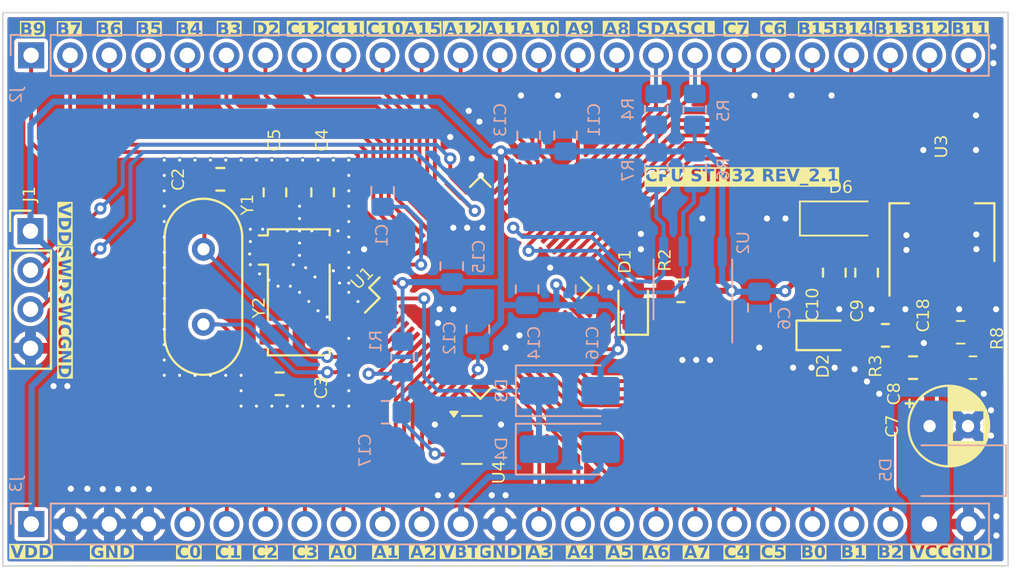
<source format=kicad_pcb>
(kicad_pcb (version 20240108) (generator "pcbnew") (generator_version "8.0")
  (layers (0 "F.Cu" jumper) (31 "B.Cu" signal) (34 "B.Paste" user) (35 "F.Paste" user) (36 "B.SilkS" user "B.Silkscreen") (37 "F.SilkS" user "F.Silkscreen") (38 "B.Mask" user) (39 "F.Mask" user) (44 "Edge.Cuts" user))
  (net 0 "")
  (net 1 "GND")
  (net 2 "OSC1")
  (net 3 "OSC2")
  (net 4 "RTC1")
  (net 5 "RTC2")
  (net 6 "VCC")
  (net 7 "VDD")
  (net 8 "/Mcu/NRST")
  (net 9 "Net-(U1-PB8)")
  (net 10 "VDDBAT")
  (net 11 "VBT1")
  (net 12 "/Mcu/LED_ON")
  (net 13 "Net-(D1-A)")
  (net 14 "Net-(D2-A)")
  (net 15 "/Mcu/SWDIO")
  (net 16 "/Mcu/SWCLK")
  (net 17 "/Mcu/PA15")
  (net 18 "/Mcu/PC10")
  (net 19 "/Mcu/PC11")
  (net 20 "/Mcu/PC12")
  (net 21 "/Mcu/PD2")
  (net 22 "/Mcu/PB3")
  (net 23 "/Mcu/PB4")
  (net 24 "/Mcu/PB5")
  (net 25 "/Mcu/PB6")
  (net 26 "/Mcu/PB7")
  (net 27 "/Mcu/PB9")
  (net 28 "/Mcu/PC0")
  (net 29 "/Mcu/PC1")
  (net 30 "/Mcu/PC2")
  (net 31 "/Mcu/PC3")
  (net 32 "/Mcu/PA0")
  (net 33 "/Mcu/PA1")
  (net 34 "/Mcu/PA2")
  (net 35 "/Mcu/PA3")
  (net 36 "/Mcu/PA12")
  (net 37 "/Mcu/PA11")
  (net 38 "/Mcu/PA10")
  (net 39 "/Mcu/PA9")
  (net 40 "/Mcu/PA8")
  (net 41 "SDA")
  (net 42 "SCL")
  (net 43 "/Mcu/PC7")
  (net 44 "/Mcu/PC6")
  (net 45 "/Mcu/PB15")
  (net 46 "/Mcu/PB14")
  (net 47 "/Mcu/PB13")
  (net 48 "/Mcu/PB12")
  (net 49 "/Mcu/PB11")
  (net 50 "/Mcu/PB2")
  (net 51 "/Mcu/PB1")
  (net 52 "/Mcu/PB0")
  (net 53 "/Mcu/PC5")
  (net 54 "/Mcu/PC4")
  (net 55 "/Mcu/PA7")
  (net 56 "/Mcu/PA6")
  (net 57 "/Mcu/PA5")
  (net 58 "/Mcu/PA4")
  (net 61 "Net-(U3-VI)")
  (footprint "Capacitor_SMD:C_0805_2012Metric_Pad1.18x1.45mm_HandSolder" (layer "F.Cu") (at 171.58 103.32 90)
    (property "Reference" "C10")
    (property "Value" "100nF")
  )
  (footprint "Capacitor_THT:CP_Radial_D5.0mm_P2.50mm" (layer "F.Cu") (at 177.774888 113.3)
    (property "Reference" "C7")
    (property "Value" "220x16")
  )
  (footprint "Capacitor_SMD:C_0805_2012Metric_Pad1.18x1.45mm_HandSolder" (layer "F.Cu") (at 135.2 98.1 -90)
    (property "Reference" "C5")
    (property "Value" "4.3pF")
  )
  (footprint "Capacitor_SMD:C_0805_2012Metric_Pad1.18x1.45mm_HandSolder" (layer "F.Cu") (at 135.5 110.55 180)
    (property "Reference" "C3")
    (property "Value" "12pF")
  )
  (footprint "LED_SMD:LED_0805_2012Metric_Pad1.15x1.40mm_HandSolder" (layer "F.Cu") (at 170.98 107.4)
    (property "Reference" "D2")
    (property "Value" "LED")
  )
  (footprint "Crystal:Crystal_HC49-4H_Vertical" (layer "F.Cu") (at 130.55 101.8 -90)
    (property "Reference" "Y1")
    (property "Value" "25Mhz")
  )
  (footprint "Capacitor_SMD:C_0805_2012Metric_Pad1.18x1.45mm_HandSolder" (layer "F.Cu") (at 131.65 97.25 180)
    (property "Reference" "C2")
    (property "Value" "12pF")
  )
  (footprint "Package_TO_SOT_SMD:SOT-23" (layer "F.Cu") (at 148 114.2)
    (property "Reference" "U4")
    (property "Value" "BD48KxxG")
  )
  (footprint "Capacitor_SMD:C_0805_2012Metric_Pad1.18x1.45mm_HandSolder" (layer "F.Cu") (at 179.8 107.2)
    (property "Reference" "C18")
    (property "Value" "10uF")
  )
  (footprint "Capacitor_SMD:C_0805_2012Metric_Pad1.18x1.45mm_HandSolder" (layer "F.Cu") (at 173.68 103.32 90)
    (property "Reference" "C9")
    (property "Value" "10uF")
  )
  (footprint "LED_SMD:LED_0805_2012Metric_Pad1.15x1.40mm_HandSolder" (layer "F.Cu") (at 158.5 105.5 90)
    (property "Reference" "D1")
    (property "Value" "LED")
  )
  (footprint "Capacitor_SMD:C_0805_2012Metric_Pad1.18x1.45mm_HandSolder" (layer "F.Cu") (at 176.7 109.5)
    (property "Reference" "C8")
    (property "Value" "100nF")
  )
  (footprint "Package_TO_SOT_SMD:SOT-223-3_TabPin2" (layer "F.Cu") (at 178.58 100.72 90)
    (property "Reference" "U3")
    (property "Value" "LM1117MP-3.3")
  )
  (footprint "Connector_PinHeader_2.54mm:PinHeader_1x04_P2.54mm_Vertical" (layer "F.Cu") (at 119.3 100.62)
    (property "Reference" "J1")
    (property "Value" "GRAV")
  )
  (footprint "Resistor_SMD:R_0805_2012Metric_Pad1.20x1.40mm_HandSolder" (layer "F.Cu") (at 161.6 104.5 180)
    (property "Reference" "R2")
    (property "Value" "470R")
  )
  (footprint "Resistor_SMD:R_0805_2012Metric_Pad1.20x1.40mm_HandSolder" (layer "F.Cu") (at 174.9 107.4 180)
    (property "Reference" "R3")
    (property "Value" "470R")
  )
  (footprint "Capacitor_SMD:C_0805_2012Metric_Pad1.18x1.45mm_HandSolder" (layer "F.Cu") (at 138.3 98.1 -90)
    (property "Reference" "C4")
    (property "Value" "4.3pF")
  )
  (footprint "Package_QFP:LQFP-64_10x10mm_P0.5mm" (layer "F.Cu") (at 148.56 104.3 45)
    (property "Reference" "U1")
    (property "Value" "STM32G431RBTx")
  )
  (footprint "Autoban:Crystal_SMD_Abracon_ABS25 Vertical" (layer "F.Cu") (at 136.75 104.6)
    (property "Reference" "Y2")
    (property "Value" "CRYSTAL ABS25")
  )
  (footprint "Resistor_SMD:R_0805_2012Metric_Pad1.20x1.40mm_HandSolder" (layer "F.Cu") (at 180.6 109.5)
    (property "Reference" "R8")
    (property "Value" "0R")
  )
  (footprint "Diode_SMD:D_MiniMELF" (layer "F.Cu") (at 172 99.8)
    (property "Reference" "D6")
    (property "Value" "SMAJ6.5CA")
  )
  (footprint "Diode_SMD:D_SMA" (layer "B.Cu") (at 154.38 111)
    (property "Reference" "D3")
    (property "Value" "US1M")
  )
  (footprint "Package_SO:SOIC-8_3.9x4.9mm_P1.27mm" (layer "B.Cu") (at 162.38 104.42 90)
    (property "Reference" "U2")
    (property "Value" "24LC64")
  )
  (footprint "Resistor_SMD:R_0805_2012Metric_Pad1.20x1.40mm_HandSolder" (layer "B.Cu") (at 160 96.5 90)
    (property "Reference" "R7")
    (property "Value" "4k7")
  )
  (footprint "Capacitor_SMD:C_0805_2012Metric_Pad1.18x1.45mm_HandSolder" (layer "B.Cu") (at 151.6 104.4 -90)
    (property "Reference" "C14")
    (property "Value" "100nF")
  )
  (footprint "Capacitor_SMD:C_0805_2012Metric_Pad1.18x1.45mm_HandSolder" (layer "B.Cu") (at 148.4 107 -90)
    (property "Reference" "C12")
    (property "Value" "100nF")
  )
  (footprint "Connector_PinHeader_2.54mm:PinHeader_1x25_P2.54mm_Vertical" (layer "B.Cu") (at 119.35 119.67 -90)
    (property "Reference" "J3")
    (property "Value" "LADO DIR")
  )
  (footprint "Resistor_SMD:R_0805_2012Metric_Pad1.20x1.40mm_HandSolder" (layer "B.Cu") (at 162.5 92.7 -90)
    (property "Reference" "R5")
    (property "Value" "4k7")
  )
  (footprint "Resistor_SMD:R_0805_2012Metric_Pad1.20x1.40mm_HandSolder" (layer "B.Cu") (at 162.5 96.5 90)
    (property "Reference" "R6")
    (property "Value" "4k7")
  )
  (footprint "Capacitor_SMD:C_0805_2012Metric_Pad1.18x1.45mm_HandSolder" (layer "B.Cu") (at 142.4 112.4)
    (property "Reference" "C17")
    (property "Value" "100nF")
  )
  (footprint "Diode_SMD:D_SMA" (layer "B.Cu") (at 154.375 114.8)
    (property "Reference" "D4")
    (property "Value" "US1M")
  )
  (footprint "Capacitor_SMD:C_0805_2012Metric_Pad1.18x1.45mm_HandSolder" (layer "B.Cu") (at 146.7 102.9 -90)
    (property "Reference" "C15")
    (property "Value" "100nF")
  )
  (footprint "Capacitor_SMD:C_0805_2012Metric_Pad1.18x1.45mm_HandSolder" (layer "B.Cu") (at 151.7 94.4 -90)
    (property "Reference" "C13")
    (property "Value" "100nF")
  )
  (footprint "Capacitor_SMD:C_0805_2012Metric_Pad1.18x1.45mm_HandSolder" (layer "B.Cu") (at 155.5 104.4 -90)
    (property "Reference" "C16")
    (property "Value" "100nF")
  )
  (footprint "Capacitor_SMD:C_0805_2012Metric_Pad1.18x1.45mm_HandSolder" (layer "B.Cu") (at 154.1 94.4 -90)
    (property "Reference" "C11")
    (property "Value" "10uF")
  )
  (footprint "Diode_SMD:D_SMA" (layer "B.Cu") (at 179.24 116.2 180)
    (property "Reference" "D5")
    (property "Value" "SMAJ6.5CA")
  )
  (footprint "Connector_PinHeader_2.54mm:PinHeader_1x25_P2.54mm_Vertical" (layer "B.Cu") (at 119.34 89.19 -90)
    (property "Reference" "J2")
    (property "Value" "LADO DIR")
  )
  (footprint "Resistor_SMD:R_0805_2012Metric_Pad1.20x1.40mm_HandSolder" (layer "B.Cu") (at 160 92.7 -90)
    (property "Reference" "R4")
    (property "Value" "4k7")
  )
  (footprint "Resistor_SMD:R_0805_2012Metric_Pad1.20x1.40mm_HandSolder" (layer "B.Cu") (at 143.5 108.8 90)
    (property "Reference" "R1")
    (property "Value" "10k")
  )
  (footprint "Capacitor_SMD:C_0805_2012Metric_Pad1.18x1.45mm_HandSolder" (layer "B.Cu") (at 166.7 105.6 90)
    (property "Reference" "C6")
    (property "Value" "100nF")
  )
  (footprint "Capacitor_SMD:C_0805_2012Metric_Pad1.18x1.45mm_HandSolder" (layer "B.Cu") (at 142.2 98 -90)
    (property "Reference" "C1")
    (property "Value" "100nF")
  )
  (gr_line (start 182.88 86.4) (end 182.88 122.39) (stroke (width 0.1)) (layer "Edge.Cuts"))
  (gr_line (start 117.5 86.41) (end 182.88 86.4) (stroke (width 0.1)) (layer "Edge.Cuts"))
  (gr_line (start 182.88 122.39) (end 117.5 122.4) (stroke (width 0.1)) (layer "Edge.Cuts"))
  (gr_line (start 117.5 122.4) (end 117.5 86.41) (stroke (width 0.1)) (layer "Edge.Cuts"))
  (gr_text "A12" (at 146.2 88 0) (layer "F.SilkS" knockout) (effects (font (size 0.8 0.8) (thickness 0.15) (bold yes)) (justify left bottom)))
  (gr_text "C7" (at 164.4 88 0) (layer "F.SilkS" knockout) (effects (font (size 0.8 0.8) (thickness 0.15) (bold yes)) (justify left bottom)))
  (gr_text "GND" (at 121 107.4 270) (layer "F.SilkS" knockout) (effects (font (size 0.8 0.8) (thickness 0.15) (bold yes)) (justify left bottom)))
  (gr_text "A5" (at 156.8 122 0) (layer "F.SilkS" knockout) (effects (font (size 0.8 0.8) (thickness 0.15) (bold yes)) (justify left bottom)))
  (gr_text "B15" (at 169.2 88 0) (layer "F.SilkS" knockout) (effects (font (size 0.8 0.8) (thickness 0.15) (bold yes)) (justify left bottom)))
  (gr_text "VCC" (at 176.6 122 0) (layer "F.SilkS" knockout) (effects (font (size 0.8 0.8) (thickness 0.15) (bold yes)) (justify left bottom)))
  (gr_text "A2" (at 144 122 0) (layer "F.SilkS" knockout) (effects (font (size 0.8 0.8) (thickness 0.15) (bold yes)) (justify left bottom)))
  (gr_text "VDD" (at 118 122 0) (layer "F.SilkS" knockout) (effects (font (size 0.8 0.8) (thickness 0.15) (bold yes)) (justify left bottom)))
  (gr_text "B1" (at 172 122 0) (layer "F.SilkS" knockout) (effects (font (size 0.8 0.8) (thickness 0.15) (bold yes)) (justify left bottom)))
  (gr_text "A15" (at 143.6 88 0) (layer "F.SilkS" knockout) (effects (font (size 0.8 0.8) (thickness 0.15) (bold yes)) (justify left bottom)))
  (gr_text "GND" (at 123.2 122 0) (layer "F.SilkS" knockout) (effects (font (size 0.8 0.8) (thickness 0.15) (bold yes)) (justify left bottom)))
  (gr_text "C4" (at 164.4 122 0) (layer "F.SilkS" knockout) (effects (font (size 0.8 0.8) (thickness 0.15) (bold yes)) (justify left bottom)))
  (gr_text "B7" (at 121 88 0) (layer "F.SilkS" knockout) (effects (font (size 0.8 0.8) (thickness 0.15) (bold yes)) (justify left bottom)))
  (gr_text "VBT" (at 146 122 0) (layer "F.SilkS" knockout) (effects (font (size 0.8 0.8) (thickness 0.15) (bold yes)) (justify left bottom)))
  (gr_text "B4" (at 128.8 88 0) (layer "F.SilkS" knockout) (effects (font (size 0.8 0.8) (thickness 0.15) (bold yes)) (justify left bottom)))
  (gr_text "GND" (at 179 122 0) (layer "F.SilkS" knockout) (effects (font (size 0.8 0.8) (thickness 0.15) (bold yes)) (justify left bottom)))
  (gr_text "A4" (at 154.2 122 0) (layer "F.SilkS" knockout) (effects (font (size 0.8 0.8) (thickness 0.15) (bold yes)) (justify left bottom)))
  (gr_text "B13" (at 174.2 88 0) (layer "F.SilkS" knockout) (effects (font (size 0.8 0.8) (thickness 0.15) (bold yes)) (justify left bottom)))
  (gr_text "B2" (at 174.4 122 0) (layer "F.SilkS" knockout) (effects (font (size 0.8 0.8) (thickness 0.15) (bold yes)) (justify left bottom)))
  (gr_text "VDD" (at 121 98.8 -90) (layer "F.SilkS" knockout) (effects (font (size 0.8 0.8) (thickness 0.15) (bold yes)) (justify left bottom)))
  (gr_text "B14" (at 171.6 88 0) (layer "F.SilkS" knockout) (effects (font (size 0.8 0.8) (thickness 0.15) (bold yes)) (justify left bottom)))
  (gr_text "B11" (at 179.2 88 0) (layer "F.SilkS" knockout) (effects (font (size 0.8 0.8) (thickness 0.15) (bold yes)) (justify left bottom)))
  (gr_text "B5" (at 126.2 88 0) (layer "F.SilkS" knockout) (effects (font (size 0.8 0.8) (thickness 0.15) (bold yes)) (justify left bottom)))
  (gr_text "A11" (at 148.8 88 0) (layer "F.SilkS" knockout) (effects (font (size 0.8 0.8) (thickness 0.15) (bold yes)) (justify left bottom)))
  (gr_text "A3" (at 151.6 122 0) (layer "F.SilkS" knockout) (effects (font (size 0.8 0.8) (thickness 0.15) (bold yes)) (justify left bottom)))
  (gr_text "A6" (at 159.2 122 0) (layer "F.SilkS" knockout) (effects (font (size 0.8 0.8) (thickness 0.15) (bold yes)) (justify left bottom)))
  (gr_text "B6" (at 123.6 88 0) (layer "F.SilkS" knockout) (effects (font (size 0.8 0.8) (thickness 0.15) (bold yes)) (justify left bottom)))
  (gr_text "C12" (at 136 88 0) (layer "F.SilkS" knockout) (effects (font (size 0.8 0.8) (thickness 0.15) (bold yes)) (justify left bottom)))
  (gr_text "C11" (at 138.6 88 0) (layer "F.SilkS" knockout) (effects (font (size 0.8 0.8) (thickness 0.15) (bold yes)) (justify left bottom)))
  (gr_text "B9" (at 118.6 88 0) (layer "F.SilkS" knockout) (effects (font (size 0.8 0.8) (thickness 0.15) (bold yes)) (justify left bottom)))
  (gr_text "C6" (at 166.8 88 0) (layer "F.SilkS" knockout) (effects (font (size 0.8 0.8) (thickness 0.15) (bold yes)) (justify left bottom)))
  (gr_text "C3" (at 136.4 122 0) (layer "F.SilkS" knockout) (effects (font (size 0.8 0.8) (thickness 0.15) (bold yes)) (justify left bottom)))
  (gr_text "C5" (at 166.8 122 0) (layer "F.SilkS" knockout) (effects (font (size 0.8 0.8) (thickness 0.15) (bold yes)) (justify left bottom)))
  (gr_text "A9" (at 154.2 88 0) (layer "F.SilkS" knockout) (effects (font (size 0.8 0.8) (thickness 0.15) (bold yes)) (justify left bottom)))
  (gr_text "SCL" (at 161.4 88 0) (layer "F.SilkS" knockout) (effects (font (size 0.8 0.8) (thickness 0.15) (bold yes)) (justify left bottom)))
  (gr_text "B3" (at 131.4 88 0) (layer "F.SilkS" knockout) (effects (font (size 0.8 0.8) (thickness 0.15) (bold yes)) (justify left bottom)))
  (gr_text "A1" (at 141.6 122 0) (layer "F.SilkS" knockout) (effects (font (size 0.8 0.8) (thickness 0.15) (bold yes)) (justify left bottom)))
  (gr_text "SWD" (at 121 101.6 270) (layer "F.SilkS" knockout) (effects (font (size 0.8 0.8) (thickness 0.15) (bold yes)) (justify left bottom)))
  (gr_text "C10" (at 141.2 88 0) (layer "F.SilkS" knockout) (effects (font (size 0.8 0.8) (thickness 0.15) (bold yes)) (justify left bottom)))
  (gr_text "C2" (at 133.8 122 0) (layer "F.SilkS" knockout) (effects (font (size 0.8 0.8) (thickness 0.15) (bold yes)) (justify left bottom)))
  (gr_text "CPU STM32 REV_2.1\n" (at 159.27 97.52 0) (layer "F.SilkS" knockout) (effects (font (size 0.8 0.8) (thickness 0.15) (bold yes)) (justify left bottom)))
  (gr_text "D2" (at 133.8 88 0) (layer "F.SilkS" knockout) (effects (font (size 0.8 0.8) (thickness 0.15) (bold yes)) (justify left bottom)))
  (gr_text "SWC" (at 121 104.6 270) (layer "F.SilkS" knockout) (effects (font (size 0.8 0.8) (thickness 0.15) (bold yes)) (justify left bottom)))
  (gr_text "C1" (at 131.4 122 0) (layer "F.SilkS" knockout) (effects (font (size 0.8 0.8) (thickness 0.15) (bold yes)) (justify left bottom)))
  (gr_text "A10" (at 151.2 88 0) (layer "F.SilkS" knockout) (effects (font (size 0.8 0.8) (thickness 0.15) (bold yes)) (justify left bottom)))
  (gr_text "B0" (at 169.4 122 0) (layer "F.SilkS" knockout) (effects (font (size 0.8 0.8) (thickness 0.15) (bold yes)) (justify left bottom)))
  (gr_text "GND" (at 148.4 122 0) (layer "F.SilkS" knockout) (effects (font (size 0.8 0.8) (thickness 0.15) (bold yes)) (justify left bottom)))
  (gr_text "A0" (at 138.8 122 0) (layer "F.SilkS" knockout) (effects (font (size 0.8 0.8) (thickness 0.15) (bold yes)) (justify left bottom)))
  (gr_text "B12" (at 176.6 88 0) (layer "F.SilkS" knockout) (effects (font (size 0.8 0.8) (thickness 0.15) (bold yes)) (justify left bottom)))
  (gr_text "A8" (at 156.6 88 0) (layer "F.SilkS" knockout) (effects (font (size 0.8 0.8) (thickness 0.15) (bold yes)) (justify left bottom)))
  (gr_text "C0" (at 128.8 122 0) (layer "F.SilkS" knockout) (effects (font (size 0.8 0.8) (thickness 0.15) (bold yes)) (justify left bottom)))
  (gr_text "A7" (at 161.8 122 0) (layer "F.SilkS" knockout) (effects (font (size 0.8 0.8) (thickness 0.15) (bold yes)) (justify left bottom)))
  (gr_text "SDA" (at 158.8 88 0) (layer "F.SilkS" knockout) (effects (font (size 0.8 0.8) (thickness 0.15) (bold yes)) (justify left bottom)))
  (via (at 140 104.6) (size 0.4) (drill 0.2) (layers "F.Cu" "B.Cu") (net 1))
  (via (at 176.27 101.845) (size 0.8) (drill 0.4) (layers "F.Cu" "B.Cu") (net 1))
  (via (at 136 112) (size 0.4) (drill 0.2) (layers "F.Cu" "B.Cu") (net 1))
  (via (at 133 112) (size 0.4) (drill 0.2) (layers "F.Cu" "B.Cu") (net 1))
  (via (at 128 109) (size 0.4) (drill 0.2) (layers "F.Cu" "B.Cu") (net 1))
  (via (at 162.6 109) (size 0.8) (drill 0.4) (layers "F.Cu" "B.Cu") (net 1))
  (via (at 140 110) (size 0.4) (drill 0.2) (layers "F.Cu" "B.Cu") (net 1))
  (via (at 163.5 109) (size 0.8) (drill 0.4) (layers "F.Cu" "B.Cu") (net 1))
  (via (at 174 105.7) (size 0.8) (drill 0.4) (layers "F.Cu" "B.Cu") (net 1))
  (via (at 140 103) (size 0.4) (drill 0.2) (layers "F.Cu" "B.Cu") (net 1))
  (via (at 146.6 94.5) (size 0.8) (drill 0.4) (layers "F.Cu" "B.Cu") (net 1))
  (via (at 134 112) (size 0.4) (drill 0.2) (layers "F.Cu" "B.Cu") (net 1))
  (via (at 180.82 101.795) (size 0.8) (drill 0.4) (layers "F.Cu" "B.Cu") (net 1))
  (via (at 128 110) (size 0.4) (drill 0.2) (layers "F.Cu" "B.Cu") (net 1))
  (via (at 148.7 100.4) (size 0.8) (drill 0.4) (layers "F.Cu" "B.Cu") (net 1))
  (via (at 168.9 109.5) (size 0.8) (drill 0.4) (layers "F.Cu" "B.Cu") (net 1))
  (via (at 150.2 108.2) (size 0.8) (drill 0.4) (layers "F.Cu" "B.Cu") (net 1))
  (via (at 128 101) (size 0.4) (drill 0.2) (layers "F.Cu" "B.Cu") (net 1))
  (via (at 166.7 108.2) (size 0.8) (drill 0.4) (layers "F.Cu" "B.Cu") (net 1))
  (via (at 182.12 119.17) (size 0.8) (drill 0.4) (layers "F.Cu" "B.Cu") (net 1))
  (via (at 133 110) (size 0.4) (drill 0.2) (layers "F.Cu" "B.Cu") (net 1))
  (via (at 140 100) (size 0.4) (drill 0.2) (layers "F.Cu" "B.Cu") (net 1))
  (via (at 135.4 104.2) (size 0.4) (drill 0.2) (layers "F.Cu" "B.Cu") (net 1))
  (via (at 138 112) (size 0.4) (drill 0.2) (layers "F.Cu" "B.Cu") (net 1))
  (via (at 182.12 120.42) (size 0.8) (drill 0.4) (layers "F.Cu" "B.Cu") (net 1))
  (via (at 136 96) (size 0.4) (drill 0.2) (layers "F.Cu" "B.Cu") (net 1))
  (via (at 176.2 105.7) (size 0.8) (drill 0.4) (layers "F.Cu" "B.Cu") (net 1))
  (via (at 151.1 107.4) (size 0.8) (drill 0.4) (layers "F.Cu" "B.Cu") (net 1))
  (via (at 173.7 110.4) (size 0.8) (drill 0.4) (layers "F.Cu" "B.Cu") (net 1))
  (via (at 126 117.4) (size 0.8) (drill 0.4) (layers "F.Cu" "B.Cu") (net 1))
  (via (at 137.2 103) (size 0.4) (drill 0.2) (layers "F.Cu" "B.Cu") (net 1))
  (via (at 138.6 106.2) (size 0.4) (drill 0.2) (layers "F.Cu" "B.Cu") (net 1))
  (via (at 140 104) (size 0.4) (drill 0.2) (layers "F.Cu" "B.Cu") (net 1))
  (via (at 130 96) (size 0.4) (drill 0.2) (layers "F.Cu" "B.Cu") (net 1))
  (via (at 149.3 117.8) (size 0.8) (drill 0.4) (layers "F.Cu" "B.Cu") (net 1))
  (via (at 134.8 103.8) (size 0.4) (drill 0.2) (layers "F.Cu" "B.Cu") (net 1))
  (via (at 129 96) (size 0.4) (drill 0.2) (layers "F.Cu" "B.Cu") (net 1))
  (via (at 140 111) (size 0.4) (drill 0.2) (layers "F.Cu" "B.Cu") (net 1))
  (via (at 139 112) (size 0.4) (drill 0.2) (layers "F.Cu" "B.Cu") (net 1))
  (via (at 148.5 93.5) (size 0.8) (drill 0.4) (layers "F.Cu" "B.Cu") (net 1))
  (via (at 136.8 100.6) (size 0.4) (drill 0.2) (layers "F.Cu" "B.Cu") (net 1))
  (via (at 181.925 88.625) (size 0.8) (drill 0.4) (layers "F.Cu" "B.Cu") (net 1))
  (via (at 128 107) (size 0.4) (drill 0.2) (layers "F.Cu" "B.Cu") (net 1))
  (via (at 124 117.4) (size 0.8) (drill 0.4) (layers "F.Cu" "B.Cu") (net 1))
  (via (at 134.4 100.5) (size 0.4) (drill 0.2) (layers "F.Cu" "B.Cu") (net 1))
  (via (at 182.1 105.7) (size 0.8) (drill 0.4) (layers "F.Cu" "B.Cu") (net 1))
  (via (at 146.7 117.8) (size 0.8) (drill 0.4) (layers "F.Cu" "B.Cu") (net 1))
  (via (at 133.6 101.3) (size 0.4) (drill 0.2) (layers "F.Cu" "B.Cu") (net 1))
  (via (at 136.8 99) (size 0.4) (drill 0.2) (layers "F.Cu" "B.Cu") (net 1))
  (via (at 131 96) (size 0.4) (drill 0.2) (layers "F.Cu" "B.Cu") (net 1))
  (via (at 136.4 102.8) (size 0.4) (drill 0.2) (layers "F.Cu" "B.Cu") (net 1))
  (via (at 125 117.4) (size 0.8) (drill 0.4) (layers "F.Cu" "B.Cu") (net 1))
  (via (at 159 100.8) (size 0.8) (drill 0.4) (layers "F.Cu" "B.Cu") (net 1))
  (via (at 147.8 92.8) (size 0.8) (drill 0.4) (layers "F.Cu" "B.Cu") (net 1))
  (via (at 145.8 117.8) (size 0.8) (drill 0.4) (layers "F.Cu" "B.Cu") (net 1))
  (via (at 181.77 112.27) (size 0.8) (drill 0.4) (layers "F.Cu" "B.Cu") (net 1))
  (via (at 141 101.8) (size 0.8) (drill 0.4) (layers "F.Cu" "B.Cu") (net 1))
  (via (at 133.6 100.5) (size 0.4) (drill 0.2) (layers "F.Cu" "B.Cu") (net 1))
  (via (at 177.4 107.9) (size 0.8) (drill 0.4) (layers "F.Cu" "B.Cu") (net 1))
  (via (at 129 110) (size 0.4) (drill 0.2) (layers "F.Cu" "B.Cu") (net 1))
  (via (at 172.9 109.6) (size 0.8) (drill 0.4) (layers "F.Cu" "B.Cu") (net 1))
  (via (at 150.2 117.8) (size 0.8) (drill 0.4) (layers "F.Cu" "B.Cu") (net 1))
  (via (at 137 112) (size 0.4) (drill 0.2) (layers "F.Cu" "B.Cu") (net 1))
  (via (at 180.795 93.095) (size 0.8) (drill 0.4) (layers "F.Cu" "B.Cu") (net 1))
  (via (at 139.3 100.6) (size 0.4) (drill 0.2) (layers "F.Cu" "B.Cu") (net 1))
  (via (at 153.6 91.8) (size 0.8) (drill 0.4) (layers "F.Cu" "B.Cu") (net 1))
  (via (at 166.4 91.8) (size 0.8) (drill 0.4) (layers "F.Cu" "B.Cu") (net 1))
  (via (at 140 101) (size 0.4) (drill 0.2) (layers "F.Cu" "B.Cu") (net 1))
  (via (at 136 100.6) (size 0.4) (drill 0.2) (layers "F.Cu" "B.Cu") (net 1))
  (via (at 139 96) (size 0.4) (drill 0.2) (layers "F.Cu" "B.Cu") (net 1))
  (via (at 140 107.6) (size 0.4) (drill 0.2) (layers "F.Cu" "B.Cu") (net 1))
  (via (at 136.8 101.4) (size 0.4) (drill 0.2) (layers "F.Cu" "B.Cu") (net 1))
  (via (at 128 100) (size 0.4) (drill 0.2) (layers "F.Cu" "B.Cu") (net 1))
  (via (at 145.6 113.2) (size 0.8) (drill 0.4) (layers "F.Cu" "B.Cu") (net 1))
  (via (at 139 103.2) (size 0.4) (drill 0.2) (layers "F.Cu" "B.Cu") (net 1))
  (via (at 128 106) (size 0.4) (drill 0.2) (layers "F.Cu" "B.Cu") (net 1))
  (via (at 157 104.3) (size 0.8) (drill 0.4) (layers "F.Cu" "B.Cu") (net 1))
  (via (at 140.6 105.2) (size 0.4) (drill 0.2) (layers "F.Cu" "B.Cu") (net 1))
  (via (at 137 96) (size 0.4) (drill 0.2) (layers "F.Cu" "B.Cu") (net 1))
  (via (at 133.554255 102.10851) (size 0.4) (drill 0.2) (layers "F.Cu" "B.Cu") (net 1))
  (via (at 161.7 109) (size 0.8) (drill 0.4) (layers "F.Cu" "B.Cu") (net 1))
  (via (at 137.4 105.2) (size 0.4) (drill 0.2) (layers "F.Cu" "B.Cu") (net 1))
  (via (at 171.6 109.5) (size 0.8) (drill 0.4) (layers "F.Cu" "B.Cu") (net 1))
  (via (at 139.4 104) (size 0.4) (drill 0.2) (layers "F.Cu" "B.Cu") (net 1))
  (via (at 168.4 99.8) (size 0.8) (drill 0.4) (layers "F.Cu" "B.Cu") (net 1))
  (via (at 163 99.8) (size 0.8) (drill 0.4) (layers "F.Cu" "B.Cu") (net 1))
  (via (at 137.8 103.6) (size 0.4) (drill 0.2) (layers "F.Cu" "B.Cu") (net 1))
  (via (at 147.7 100.4) (size 0.8) (drill 0.4) (layers "F.Cu" "B.Cu") (net 1))
  (via (at 128 99) (size 0.4) (drill 0.2) (layers "F.Cu" "B.Cu") (net 1))
  (via (at 131 110) (size 0.4) (drill 0.2) (layers "F.Cu" "B.Cu") (net 1))
  (via (at 132 96) (size 0.4) (drill 0.2) (layers "F.Cu" "B.Cu") (net 1))
  (via (at 151.2 91.8) (size 0.8) (drill 0.4) (layers "F.Cu" "B.Cu") (net 1))
  (via (at 148.6 97) (size 0.8) (drill 0.4) (layers "F.Cu" "B.Cu") (net 1))
  (via (at 128 98) (size 0.4) (drill 0.2) (layers "F.Cu" "B.Cu") (net 1))
  (via (at 134.2 103.4) (size 0.4) (drill 0.2) (layers "F.Cu" "B.Cu") (net 1))
  (via (at 179.7 105.7) (size 0.8) (drill 0.4) (layers "F.Cu" "B.Cu") (net 1))
  (via (at 170.1 109.5) (size 0.8) (drill 0.4) (layers "F.Cu" "B.Cu") (net 1))
  (via (at 133.6 102.8) (size 0.4) (drill 0.2) (layers "F.Cu" "B.Cu") (net 1))
  (via (at 140 98) (size 0.4) (drill 0.2) (layers "F.Cu" "B.Cu") (net 1))
  (via (at 159 101.8) (size 0.8) (drill 0.4) (layers "F.Cu" "B.Cu") (net 1))
  (via (at 128 97) (size 0.4) (drill 0.2) (layers "F.Cu" "B.Cu") (net 1))
  (via (at 136.8 99.8) (size 0.4) (drill 0.2) (layers "F.Cu" "B.Cu") (net 1))
  (via (at 140 99) (size 0.4) (drill 0.2) (layers "F.Cu" "B.Cu") (net 1))
  (via (at 153.1 103) (size 0.8) (drill 0.4) (layers "F.Cu" "B.Cu") (net 1))
  (via (at 148 95.9) (size 0.8) (drill 0.4) (layers "F.Cu" "B.Cu") (net 1))
  (via (at 120.8 110.7) (size 0.8) (drill 0.4) (layers "F.Cu" "B.Cu") (net 1))
  (via (at 145.9 105.7) (size 0.8) (drill 0.4) (layers "F.Cu" "B.Cu") (net 1))
  (via (at 174.5 111.2) (size 0.8) (drill 0.4) (layers "F.Cu" "B.Cu") (net 1))
  (via (at 140 97) (size 0.4) (drill 0.2) (layers "F.Cu" "B.Cu") (net 1))
  (via (at 181.3 111.2) (size 0.8) (drill 0.4) (layers "F.Cu" "B.Cu") (net 1))
  (via (at 128 108) (size 0.4) (drill 0.2) (layers "F.Cu" "B.Cu") (net 1))
  (via (at 171.9 105.7) (size 0.8) (drill 0.4) (layers "F.Cu" "B.Cu") (net 1))
  (via (at 128 103) (size 0.4) (drill 0.2) (layers "F.Cu" "B.Cu") (net 1))
  (via (at 136.8 104.6) (size 0.4) (drill 0.2) (layers "F.Cu" "B.Cu") (net 1))
  (via (at 168.8 91.8) (size 0.8) (drill 0.4) (layers "F.Cu" "B.Cu") (net 1))
  (via (at 136.2 104.2) (size 0.4) (drill 0.2) (layers "F.Cu" "B.Cu") (net 1))
  (via (at 128 104) (size 0.4) (drill 0.2) (layers "F.Cu" "B.Cu") (net 1))
  (via (at 130 110) (size 0.4) (drill 0.2) (layers "F.Cu" "B.Cu") (net 1))
  (via (at 133 111) (size 0.4) (drill 0.2) (layers "F.Cu" "B.Cu") (net 1))
  (via (at 176.27 100.89) (size 0.8) (drill 0.4) (layers "F.Cu" "B.Cu") (net 1))
  (via (at 123 117.375) (size 0.8) (drill 0.4) (layers "F.Cu" "B.Cu") (net 1))
  (via (at 128 96) (size 0.4) (drill 0.2) (layers "F.Cu" "B.Cu") (net 1))
  (via (at 145.8 106.6) (size 0.8) (drill 0.4) (layers "F.Cu" "B.Cu") (net 1))
  (via (at 138 105.8) (size 0.4) (drill 0.2) (layers "F.Cu" "B.Cu") (net 1))
  (via (at 128 102) (size 0.4) (drill 0.2) (layers "F.Cu" "B.Cu") (net 1))
  (via (at 137.6 100.6) (size 0.4) (drill 0.2) (layers "F.Cu" "B.Cu") (net 1))
  (via (at 171.4 91.8) (size 0.8) (drill 0.4) (layers "F.Cu" "B.Cu") (net 1))
  (via (at 121.7 110.7) (size 0.8) (drill 0.4) (layers "F.Cu" "B.Cu") (net 1))
  (via (at 127 117.4) (size 0.8) (drill 0.4) (layers "F.Cu" "B.Cu") (net 1))
  (via (at 181.925 89.7) (size 0.8) (drill 0.4) (layers "F.Cu" "B.Cu") (net 1))
  (via (at 140 102) (size 0.4) (drill 0.2) (layers "F.Cu" "B.Cu") (net 1))
  (via (at 167.2 99.8) (size 0.8) (drill 0.4) (layers "F.Cu" "B.Cu") (net 1))
  (via (at 180.81 100.84) (size 0.8) (drill 0.4) (layers "F.Cu" "B.Cu") (net 1))
  (via (at 177.37 95.345) (size 0.8) (drill 0.4) (layers "F.Cu" "B.Cu") (net 1))
  (via (at 128 105) (size 0.4) (drill 0.2) (layers "F.Cu" "B.Cu") (net 1))
  (via (at 181.77 113.92) (size 0.8) (drill 0.4) (layers "F.Cu" "B.Cu") (net 1))
  (via (at 146.8 105.7) (size 0.8) (drill 0.4) (layers "F.Cu" "B.Cu") (net 1))
  (via (at 132 110) (size 0.4) (drill 0.2) (layers "F.Cu" "B.Cu") (net 1))
  (via (at 146.8 100.4) (size 0.8) (drill 0.4) (layers "F.Cu" "B.Cu") (net 1))
  (via (at 138 96) (size 0.4) (drill 0.2) (layers "F.Cu" "B.Cu") (net 1))
  (via (at 135 96) (size 0.4) (drill 0.2) (layers "F.Cu" "B.Cu") (net 1))
  (via (at 180.795 95.345) (size 0.8) (drill 0.4) (layers "F.Cu" "B.Cu") (net 1))
  (via (at 136.8 102.2) (size 0.4) (drill 0.2) (layers "F.Cu" "B.Cu") (net 1))
  (via (at 149.9 113.2) (size 0.8) (drill 0.4) (layers "F.Cu" "B.Cu") (net 1))
  (via (at 135 112) (size 0.4) (drill 0.2) (layers "F.Cu" "B.Cu") (net 1))
  (via (at 140 112) (size 0.4) (drill 0.2) (layers "F.Cu" "B.Cu") (net 1))
  (via (at 140 96) (size 0.4) (drill 0.2) (layers "F.Cu" "B.Cu") (net 1))
  (via (at 133 96) (size 0.4) (drill 0.2) (layers "F.Cu" "B.Cu") (net 1))
  (via (at 121.925 117.375) (size 0.8) (drill 0.4) (layers "F.Cu" "B.Cu") (net 1))
  (via (at 134 96) (size 0.4) (drill 0.2) (layers "F.Cu" "B.Cu") (net 1))
  (segment (start 130.6125 102.1375) (end 130.6 102.15) (width 0.25) (layer "F.Cu") (net 2))
  (segment (start 142.567862 107.817264) (end 143.309732 107.075394) (width 0.25) (layer "F.Cu") (net 2))
  (segment (start 138.6 108.800497) (end 139.456 108.800497) (width 0.25) (layer "F.Cu") (net 2))
  (segment (start 130.6125 97.25) (end 130.6125 101.7375) (width 0.25) (layer "F.Cu") (net 2))
  (segment (start 140.707 107.963711) (end 142.214308 107.963711) (width 0.25) (layer "F.Cu") (net 2))
  (segment (start 139.809554 108.65405) (end 140.353447 108.110157) (width 0.25) (layer "F.Cu") (net 2))
  (segment (start 130.6125 101.7375) (end 130.55 101.8) (width 0.25) (layer "F.Cu") (net 2))
  (via (at 138.6 108.800497) (size 0.8) (drill 0.4) (layers "F.Cu" "B.Cu") (net 2))
  (arc (start 139.456 108.800497) (mid 139.647342 108.762437) (end 139.809554 108.65405) (width 0.25) (layer "F.Cu") (net 2))
  (arc (start 140.707 107.963711) (mid 140.515659 108.001771) (end 140.353447 108.110157) (width 0.25) (layer "F.Cu") (net 2))
  (arc (start 142.567862 107.817264) (mid 142.40565 107.925651) (end 142.214308 107.963711) (width 0.25) (layer "F.Cu") (net 2))
  (segment (start 138.6 108.800497) (end 137.757604 108.800497) (width 0.25) (layer "B.Cu") (net 2))
  (segment (start 137.40405 108.65405) (end 130.55 101.8) (width 0.25) (layer "B.Cu") (net 2))
  (arc (start 137.40405 108.65405) (mid 137.566262 108.762437) (end 137.757604 108.800497) (width 0.25) (layer "B.Cu") (net 2))
  (segment (start 130.55 106.68) (end 131.522893 106.68) (width 0.25) (layer "F.Cu") (net 3))
  (segment (start 131.876447 106.826447) (end 134.316054 109.266054) (width 0.25) (layer "F.Cu") (net 3))
  (segment (start 138.6 109.8) (end 139.092893 109.8) (width 0.25) (layer "F.Cu") (net 3))
  (segment (start 139.446447 109.653553) (end 140.539843 108.560157) (width 0.25) (layer "F.Cu") (net 3))
  (segment (start 140.893396 108.413711) (end 142.471416 108.413711) (width 0.25) (layer "F.Cu") (net 3))
  (segment (start 134.4625 109.619607) (end 134.4625 110.55) (width 0.25) (layer "F.Cu") (net 3))
  (segment (start 142.82497 108.267264) (end 143.663286 107.428948) (width 0.25) (layer "F.Cu") (net 3))
  (via (at 138.6 109.8) (size 0.8) (drill 0.4) (layers "F.Cu" "B.Cu") (net 3))
  (arc (start 131.876447 106.826447) (mid 131.714235 106.71806) (end 131.522893 106.68) (width 0.25) (layer "F.Cu") (net 3))
  (arc (start 139.092893 109.8) (mid 139.284235 109.76194) (end 139.446447 109.653553) (width 0.25) (layer "F.Cu") (net 3))
  (arc (start 134.4625 109.619607) (mid 134.42444 109.428266) (end 134.316054 109.266054) (width 0.25) (layer "F.Cu") (net 3))
  (arc (start 140.893396 108.413711) (mid 140.702055 108.451771) (end 140.539843 108.560157) (width 0.25) (layer "F.Cu") (net 3))
  (arc (start 142.471416 108.413711) (mid 142.662758 108.375651) (end 142.82497 108.267264) (width 0.25) (layer "F.Cu") (net 3))
  (segment (start 138.6 109.8) (end 136.707107 109.8) (width 0.25) (layer "B.Cu") (net 3))
  (segment (start 130.57 106.7) (end 130.55 106.68) (width 0.25) (layer "B.Cu") (net 3))
  (segment (start 133.192893 106.7) (end 130.57 106.7) (width 0.25) (layer "B.Cu") (net 3))
  (segment (start 136.353553 109.653553) (end 133.546446 106.846446) (width 0.25) (layer "B.Cu") (net 3))
  (arc (start 136.707107 109.8) (mid 136.515765 109.76194) (end 136.353553 109.653553) (width 0.25) (layer "B.Cu") (net 3))
  (arc (start 133.546446 106.846446) (mid 133.384234 106.73806) (end 133.192893 106.7) (width 0.25) (layer "B.Cu") (net 3))
  (segment (start 138.35 103.742893) (end 138.35 101.85) (width 0.25) (layer "F.Cu") (net 4))
  (segment (start 138.3 99.1375) (end 138.3 101.263604) (width 0.25) (layer "F.Cu") (net 4))
  (segment (start 142.602625 106.368287) (end 142.117358 106.853554) (width 0.25) (layer "F.Cu") (net 4))
  (segment (start 141.763805 107) (end 141.607107 107) (width 0.25) (layer "F.Cu") (net 4))
  (segment (start 141.253553 106.853553) (end 138.496446 104.096446) (width 0.25) (layer "F.Cu") (net 4))
  (segment (start 138.3 101.263604) (end 138.031802 101.531802) (width 0.25) (layer "F.Cu") (net 4))
  (arc (start 138.35 103.742893) (mid 138.38806 103.934234) (end 138.496446 104.096446) (width 0.25) (layer "F.Cu") (net 4))
  (arc (start 142.117358 106.853554) (mid 141.955146 106.96194) (end 141.763805 107) (width 0.25) (layer "F.Cu") (net 4))
  (arc (start 141.253553 106.853553) (mid 141.415765 106.96194) (end 141.607107 107) (width 0.25) (layer "F.Cu") (net 4))
  (segment (start 142.324467 107.353553) (end 142.956179 106.721841) (width 0.25) (layer "F.Cu") (net 5))
  (segment (start 135.707107 103.45) (end 136.542893 103.45) (width 0.25) (layer "F.Cu") (net 5))
  (segment (start 135.296447 103.246447) (end 135.353554 103.303554) (width 0.25) (layer "F.Cu") (net 5))
  (segment (start 135.2 99.1375) (end 135.2 101.8) (width 0.25) (layer "F.Cu") (net 5))
  (segment (start 135.15 101.85) (end 135.15 102.892893) (width 0.25) (layer "F.Cu") (net 5))
  (segment (start 135.2 101.8) (end 135.15 101.85) (width 0.25) (layer "F.Cu") (net 5))
  (segment (start 136.896447 103.596447) (end 140.653554 107.353554) (width 0.25) (layer "F.Cu") (net 5))
  (segment (start 141.007107 107.5) (end 141.970913 107.5) (width 0.25) (layer "F.Cu") (net 5))
  (arc (start 142.324467 107.353553) (mid 142.162255 107.46194) (end 141.970913 107.5) (width 0.25) (layer "F.Cu") (net 5))
  (arc (start 135.15 102.892893) (mid 135.18806 103.084235) (end 135.296447 103.246447) (width 0.25) (layer "F.Cu") (net 5))
  (arc (start 140.653554 107.353554) (mid 140.815766 107.46194) (end 141.007107 107.5) (width 0.25) (layer "F.Cu") (net 5))
  (arc (start 135.707107 103.45) (mid 135.515766 103.41194) (end 135.353554 103.303554) (width 0.25) (layer "F.Cu") (net 5))
  (arc (start 136.542893 103.45) (mid 136.734235 103.48806) (end 136.896447 103.596447) (width 0.25) (layer "F.Cu") (net 5))
  (segment (start 177.77 119.67) (end 177.77 112.974888) (width 0.7) (layer "F.Cu") (net 6))
  (segment (start 177.774888 109.537388) (end 177.7375 109.5) (width 0.7) (layer "F.Cu") (net 6))
  (segment (start 177.774888 113.3) (end 177.774888 109.537388) (width 0.7) (layer "F.Cu") (net 6))
  (segment (start 177.77 112.974888) (end 177.774888 112.97) (width 0.7) (layer "F.Cu") (net 6))
  (segment (start 177.7375 109.5) (end 179.6 109.5) (width 0.7) (layer "F.Cu") (net 6))
  (segment (start 177.24 115.97) (end 177.774888 115.435112) (width 0.4) (layer "B.Cu") (net 6))
  (segment (start 170.68 102.22) (end 168.38 104.52) (width 0.4) (layer "F.Cu") (net 7))
  (segment (start 148.4 109.7633) (end 147.198819 110.964481) (width 0.25) (layer "F.Cu") (net 7))
  (segment (start 155.224481 105.661181) (end 153.6633 104.1) (width 0.25) (layer "F.Cu") (net 7))
  (segment (start 150.6 96.1375) (end 150.6 96.9567) (width 0.25) (layer "F.Cu") (net 7))
  (segment (start 157.5 108.3) (end 155.74198 108.3) (width 0.25) (layer "F.Cu") (net 7))
  (segment (start 148.9375 112.7375) (end 148.9375 114.2) (width 0.25) (layer "F.Cu") (net 7))
  (segment (start 142.9567 104) (end 143.5 104) (width 0.25) (layer "F.Cu") (net 7))
  (segment (start 176.5 107.4) (end 175.9 107.4) (width 0.5) (layer "F.Cu") (net 7))
  (segment (start 178.58 103.87) (end 178.58 97.57) (width 0.5) (layer "F.Cu") (net 7))
  (segment (start 172.38 102.22) (end 173.6425 102.22) (width 0.5) (layer "F.Cu") (net 7))
  (segment (start 178.58 105.32) (end 176.5 107.4) (width 0.5) (layer "F.Cu") (net 7))
  (segment (start 178.58 103.87) (end 178.58 105.32) (width 0.5) (layer "F.Cu") (net 7))
  (segment (start 172.38 102.22) (end 170.68 102.22) (width 0.4) (layer "F.Cu") (net 7))
  (segment (start 174.83 97.57) (end 178.58 97.57) (width 0.5) (layer "F.Cu") (net 7))
  (segment (start 173.68 102.1825) (end 173.68 98.72) (width 0.5) (layer "F.Cu") (net 7))
  (segment (start 147.198819 110.998819) (end 148.9375 112.7375) (width 0.25) (layer "F.Cu") (net 7))
  (segment (start 173.68 98.72) (end 174.83 97.57) (width 0.5) (layer "F.Cu") (net 7))
  (segment (start 155.74198 108.3) (end 154.163821 106.721841) (width 0.25) (layer "F.Cu") (net 7))
  (segment (start 141.895519 102.938819) (end 142.9567 104) (width 0.25) (layer "F.Cu") (net 7))
  (segment (start 149.921181 97.621181) (end 149.921181 97.635519) (width 0.25) (layer "F.Cu") (net 7))
  (segment (start 153.6633 104.1) (end 153.5 104.1) (width 0.25) (layer "F.Cu") (net 7))
  (segment (start 147.198819 110.964481) (end 147.198819 110.998819) (width 0.25) (layer "F.Cu") (net 7))
  (segment (start 149.9 95.4375) (end 150.6 96.1375) (width 0.25) (layer "F.Cu") (net 7))
  (segment (start 150.6 96.9567) (end 149.921181 97.635519) (width 0.25) (layer "F.Cu") (net 7))
  (segment (start 162.6 104.5) (end 164.9 104.5) (width 0.4) (layer "F.Cu") (net 7))
  (segment (start 148.4 109.6) (end 148.4 109.7633) (width 0.25) (layer "F.Cu") (net 7))
  (via (at 149.9 95.4375) (size 0.8) (drill 0.4) (layers "F.Cu" "B.Cu") (net 7))
  (via (at 157.5 108.3) (size 0.8) (drill 0.4) (layers "F.Cu" "B.Cu") (net 7))
  (via (at 148.4 109.6) (size 0.8) (drill 0.4) (layers "F.Cu" "B.Cu") (net 7))
  (via (at 168.38 104.52) (size 0.8) (drill 0.4) (layers "F.Cu" "B.Cu") (net 7))
  (via (at 153.5 104.1) (size 0.8) (drill 0.4) (layers "F.Cu" "B.Cu") (net 7))
  (via (at 164.9 104.5) (size 0.8) (drill 0.4) (layers "F.Cu" "B.Cu") (net 7))
  (via (at 143.5 104) (size 0.8) (drill 0.4) (layers "F.Cu" "B.Cu") (net 7))
  (segment (start 166.7425 104.52) (end 166.7 104.5625) (width 0.4) (layer "B.Cu") (net 7))
  (segment (start 120.8 92.2) (end 119.3 93.7) (width 0.4) (layer "B.Cu") (net 7))
  (segment (start 143.5625 103.9375) (end 143.5 104) (width 0.4) (layer "B.Cu") (net 7))
  (segment (start 149.7375 95.4375) (end 149.7 95.475) (width 0.25) (layer "B.Cu") (net 7))
  (segment (start 148.4 108.0375) (end 148.4 109.6) (width 0.25) (layer "B.Cu") (net 7))
  (segment (start 149.7375 95.4375) (end 151.7 95.4375) (width 0.4) (layer "B.Cu") (net 7))
  (segment (start 153.5 104.1) (end 153.5 105.4375) (width 0.4) (layer "B.Cu") (net 7))
  (segment (start 151.6 105.4375) (end 155.5 105.4375) (width 0.4) (layer "B.Cu") (net 7))
  (segment (start 146.7 103.9375) (end 143.5625 103.9375) (width 0.4) (layer "B.Cu") (net 7))
  (segment (start 157.5 106) (end 157.5 108.3) (width 0.4) (layer "B.Cu") (net 7))
  (segment (start 168.38 104.52) (end 166.7425 104.52) (width 0.4) (layer "B.Cu") (net 7))
  (segment (start 151.6 105.4375) (end 149.9 105.4375) (width 0.4) (layer "B.Cu") (net 7))
  (segment (start 146.7 103.9375) (end 149.8625 103.9375) (width 0.4) (layer "B.Cu") (net 7))
  (segment (start 119.37 110.73) (end 119.37 120.14) (width 0.4) (layer "B.Cu") (net 7))
  (segment (start 149.5 106.9375) (end 148.4 108.0375) (width 0.25) (layer "B.Cu") (net 7))
  (segment (start 149.7375 95.4375) (end 153.6 95.4375) (width 0.25) (layer "B.Cu") (net 7))
  (segment (start 156.38 109.42) (end 156.38 111.85) (width 0.25) (layer "B.Cu") (net 7))
  (segment (start 162.5 95.5) (end 162.5 93.7) (width 0.25) (layer "B.Cu") (net 7))
  (segment (start 120.9 109.2) (end 119.37 110.73) (width 0.4) (layer "B.Cu") (net 7))
  (segment (start 143.5 107.6) (end 143.5 104) (width 0.25) (layer "B.Cu") (net 7))
  (segment (start 149.9 95.4375) (end 149.075 95.4375) (width 0.4) (layer "B.Cu") (net 7))
  (segment (start 164.9625 104.5625) (end 164.285 103.885) (width 0.4) (layer "B.Cu") (net 7))
  (segment (start 163.2375 95.4375) (end 154.1 95.4375) (width 0.4) (layer "B.Cu") (net 7))
  (segment (start 149.9 95.4375) (end 149.7375 95.4375) (width 0.4) (layer "B.Cu") (net 7))
  (segment (start 143.2 107.9) (end 143.5 107.6) (width 0.25) (layer "B.Cu") (net 7))
  (segment (start 149.9 95.4375) (end 149.9 106.5375) (width 0.4) (layer "B.Cu") (net 7))
  (segment (start 151.7 95.4375) (end 154.1 95.4375) (width 0.4) (layer "B.Cu") (net 7))
  (segment (start 157.5 108.3) (end 156.38 109.42) (width 0.4) (layer "B.Cu") (net 7))
  (segment (start 166.7 104.5625) (end 164.9625 104.5625) (width 0.4) (layer "B.Cu") (net 7))
  (segment (start 164.285 103.885) (end 164.285 101.945) (width 0.4) (layer "B.Cu") (net 7))
  (segment (start 145.8375 92.2) (end 120.8 92.2) (width 0.4) (layer "B.Cu") (net 7))
  (segment (start 160 95.5) (end 160 93.7) (width 0.25) (layer "B.Cu") (net 7))
  (segment (start 119.3 100.6) (end 120.9 102.2) (width 0.4) (layer "B.Cu") (net 7))
  (segment (start 153.5 105.4375) (end 151.6 105.4375) (width 0.25) (layer "B.Cu") (net 7))
  (segment (start 164.285 96.485) (end 163.2375 95.4375) (width 0.4) (layer "B.Cu") (net 7))
  (segment (start 149.9 103.9) (end 149.625 103.9) (width 0.25) (layer "B.Cu") (net 7))
  (segment (start 149.8625 103.9375) (end 149.9 103.9) (width 0.4) (layer "B.Cu") (net 7))
  (segment (start 149.9 106.5375) (end 148.4 108.0375) (width 0.4) (layer "B.Cu") (net 7))
  (segment (start 164.285 101.945) (end 164.285 96.485) (width 0.4) (layer "B.Cu") (net 7))
  (segment (start 155.5 105.4375) (end 156.9375 105.4375) (width 0.4) (layer "B.Cu") (net 7))
  (segment (start 119.3 93.7) (end 119.3 100.6) (width 0.4) (layer "B.Cu") (net 7))
  (segment (start 156.9375 105.4375) (end 157.5 106) (width 0.4) (layer "B.Cu") (net 7))
  (segment (start 149.075 95.4375) (end 145.8375 92.2) (width 0.4) (layer "B.Cu") (net 7))
  (segment (start 120.9 102.2) (end 120.9 109.2) (width 0.4) (layer "B.Cu") (net 7))
  (segment (start 156.38 109.42) (end 156.38 111) (width 0.4) (layer "B.Cu") (net 7))
  (segment (start 141.89934 109.9) (end 141.3 109.9) (width 0.25) (layer "F.Cu") (net 8))
  (segment (start 145.65 115.15) (end 145.6 115.1) (width 0.25) (layer "F.Cu") (net 8))
  (segment (start 147.0625 115.15) (end 145.65 115.15) (width 0.25) (layer "F.Cu") (net 8))
  (segment (start 144.016839 107.782501) (end 141.89934 109.9) (width 0.25) (layer "F.Cu") (net 8))
  (via (at 141.3 109.9) (size 0.8) (drill 0.4) (layers "F.Cu" "B.Cu") (net 8))
  (via (at 145.6 115.1) (size 0.8) (drill 0.4) (layers "F.Cu" "B.Cu") (net 8))
  (segment (start 141.3 109.9) (end 143.2 109.9) (width 0.25) (layer "B.Cu") (net 8))
  (segment (start 145.6 115.1) (end 143.5 113) (width 0.25) (layer "B.Cu") (net 8))
  (segment (start 143.5 113) (end 143.5 109.8) (width 0.25) (layer "B.Cu") (net 8))
  (segment (start 143.87802 102.8) (end 144.7 102.8) (width 0.25) (layer "F.Cu") (net 9))
  (segment (start 142.956179 101.878159) (end 143.87802 102.8) (width 0.25) (layer "F.Cu") (net 9))
  (via (at 144.7 102.8) (size 0.8) (drill 0.4) (layers "F.Cu" "B.Cu") (net 9))
  (segment (start 144.7 102.8) (end 144.7 100) (width 0.25) (layer "B.Cu") (net 9))
  (segment (start 144.7 100) (end 143.7375 99.0375) (width 0.25) (layer "B.Cu") (net 9))
  (segment (start 143.7375 99.0375) (end 142.2 99.0375) (width 0.25) (layer "B.Cu") (net 9))
  (segment (start 144.9 105) (end 142.5567 105) (width 0.25) (layer "F.Cu") (net 10))
  (segment (start 142.5567 105) (end 141.895519 105.661181) (width 0.25) (layer "F.Cu") (net 10))
  (via (at 144.9 105) (size 0.8) (drill 0.4) (layers "F.Cu" "B.Cu") (net 10))
  (segment (start 152.375 115.525) (end 152.375 111.855) (width 0.4) (layer "B.Cu") (net 10))
  (segment (start 144.9 105) (end 144.9 110.1) (width 0.25) (layer "B.Cu") (net 10))
  (segment (start 152.375 111.855) (end 152.38 111.85) (width 0.4) (layer "B.Cu") (net 10))
  (segment (start 152.38 111) (end 152.38 111.85) (width 0.25) (layer "B.Cu") (net 10))
  (segment (start 145.8 111) (end 152.38 111) (width 0.25) (layer "B.Cu") (net 10))
  (segment (start 144.9 110.1) (end 145.8 111) (width 0.25) (layer "B.Cu") (net 10))
  (segment (start 147.31 119.67) (end 147.31 118.39) (width 0.4) (layer "B.Cu") (net 11))
  (segment (start 147.31 118.39) (end 149.1 116.6) (width 0.4) (layer "B.Cu") (net 11))
  (segment (start 155.8 116.6) (end 156.375 116.025) (width 0.4) (layer "B.Cu") (net 11))
  (segment (start 156.375 116.025) (end 156.375 115.525) (width 0.4) (layer "B.Cu") (net 11))
  (segment (start 149.1 116.6) (end 155.8 116.6) (width 0.4) (layer "B.Cu") (net 11))
  (segment (start 158.5 106.525) (end 157.675 106.525) (width 0.25) (layer "F.Cu") (net 12))
  (segment (start 157.675 106.525) (end 156.7 107.5) (width 0.25) (layer "F.Cu") (net 12))
  (segment (start 156.7 107.5) (end 155.649088 107.5) (width 0.25) (layer "F.Cu") (net 12))
  (segment (start 155.649088 107.5) (end 154.517375 106.368287) (width 0.25) (layer "F.Cu") (net 12))
  (segment (start 158.525 104.5) (end 158.5 104.475) (width 0.4) (layer "F.Cu") (net 13))
  (segment (start 160.6 104.5) (end 158.525 104.5) (width 0.4) (layer "F.Cu") (net 13))
  (segment (start 173.9 107.4) (end 173.8 107.5) (width 0.4) (layer "F.Cu") (net 14))
  (segment (start 173.8 107.5) (end 172.105 107.5) (width 0.4) (layer "F.Cu") (net 14))
  (segment (start 172.105 107.5) (end 172.005 107.4) (width 0.4) (layer "F.Cu") (net 14))
  (segment (start 119.84 103.16) (end 119.3 103.16) (width 0.25) (layer "F.Cu") (net 15))
  (segment (start 123.85 99.15) (end 119.84 103.16) (width 0.25) (layer "F.Cu") (net 15))
  (segment (start 146.6 97.0367) (end 147.198819 97.635519) (width 0.25) (layer "F.Cu") (net 15))
  (segment (start 146.6 95.9) (end 146.6 97.0367) (width 0.25) (layer "F.Cu") (net 15))
  (via (at 123.85 99.15) (size 0.8) (drill 0.4) (layers "F.Cu" "B.Cu") (net 15))
  (via (at 146.6 95.9) (size 0.8) (drill 0.4) (layers "F.Cu" "B.Cu") (net 15))
  (segment (start 125.3 96.1) (end 126.4 95) (width 0.25) (layer "B.Cu") (net 15))
  (segment (start 123.85 99.15) (end 125.3 97.7) (width 0.25) (layer "B.Cu") (net 15))
  (segment (start 126.4 95) (end 145.7 95) (width 0.25) (layer "B.Cu") (net 15))
  (segment (start 145.7 95) (end 146.6 95.9) (width 0.25) (layer "B.Cu") (net 15))
  (segment (start 125.3 97.7) (end 125.3 96.1) (width 0.25) (layer "B.Cu") (net 15))
  (segment (start 119.9 105.7) (end 119.3 105.7) (width 0.25) (layer "F.Cu") (net 16))
  (segment (start 148.2 99.3) (end 148.156194 99.3) (width 0.25) (layer "F.Cu") (net 16))
  (segment (start 148.156194 99.3) (end 146.845266 97.989072) (width 0.25) (layer "F.Cu") (net 16))
  (segment (start 123.85 101.75) (end 119.9 105.7) (width 0.25) (layer "F.Cu") (net 16))
  (via (at 148.2 99.3) (size 0.8) (drill 0.4) (layers "F.Cu" "B.Cu") (net 16))
  (via (at 123.85 101.75) (size 0.8) (drill 0.4) (layers "F.Cu" "B.Cu") (net 16))
  (segment (start 144.375 95.475) (end 148.2 99.3) (width 0.25) (layer "B.Cu") (net 16))
  (segment (start 123.85 101.75) (end 125.8 99.8) (width 0.25) (layer "B.Cu") (net 16))
  (segment (start 125.8 96.3) (end 126.625 95.475) (width 0.25) (layer "B.Cu") (net 16))
  (segment (start 125.8 99.8) (end 125.8 96.3) (width 0.25) (layer "B.Cu") (net 16))
  (segment (start 126.625 95.475) (end 144.375 95.475) (width 0.25) (layer "B.Cu") (net 16))
  (segment (start 145.6 93.4) (end 144.74 92.54) (width 0.25) (layer "F.Cu") (net 17))
  (segment (start 144.74 92.54) (end 144.74 89.19) (width 0.25) (layer "F.Cu") (net 17))
  (segment (start 145.6 97.450912) (end 145.6 93.4) (width 0.25) (layer "F.Cu") (net 17))
  (segment (start 146.491713 98.342625) (end 145.6 97.450912) (width 0.25) (layer "F.Cu") (net 17))
  (segment (start 145.1 93.7) (end 142.2 90.8) (width 0.25) (layer "F.Cu") (net 18))
  (segment (start 146.138159 98.696179) (end 145.1 97.65802) (width 0.25) (layer "F.Cu") (net 18))
  (segment (start 145.1 97.65802) (end 145.1 93.7) (width 0.25) (layer "F.Cu") (net 18))
  (segment (start 142.2 90.8) (end 142.2 89.19) (width 0.25) (layer "F.Cu") (net 18))
  (segment (start 142.2 91.5) (end 140.3 91.5) (width 0.25) (layer "F.Cu") (net 19))
  (segment (start 139.66 90.86) (end 139.66 89.19) (width 0.25) (layer "F.Cu") (net 19))
  (segment (start 144.6 97.865126) (end 144.6 93.9) (width 0.25) (layer "F.Cu") (net 19))
  (segment (start 140.3 91.5) (end 139.66 90.86) (width 0.25) (layer "F.Cu") (net 19))
  (segment (start 145.784606 99.049732) (end 144.6 97.865126) (width 0.25) (layer "F.Cu") (net 19))
  (segment (start 144.6 93.9) (end 142.2 91.5) (width 0.25) (layer "F.Cu") (net 19))
  (segment (start 137.8 92) (end 137.12 91.32) (width 0.25) (layer "F.Cu") (net 20))
  (segment (start 142 92) (end 137.8 92) (width 0.25) (layer "F.Cu") (net 20))
  (segment (start 144.1 94.1) (end 142 92) (width 0.25) (layer "F.Cu") (net 20))
  (segment (start 144.1 98.072234) (end 144.1 94.1) (width 0.25) (layer "F.Cu") (net 20))
  (segment (start 137.12 91.32) (end 137.12 89.19) (width 0.25) (layer "F.Cu") (net 20))
  (segment (start 145.431052 99.403286) (end 144.1 98.072234) (width 0.25) (layer "F.Cu") (net 20))
  (segment (start 134.58 91.78) (end 134.58 89.19) (width 0.25) (layer "F.Cu") (net 21))
  (segment (start 143.6 98.27934) (end 143.6 94.3) (width 0.25) (layer "F.Cu") (net 21))
  (segment (start 141.8 92.5) (end 135.3 92.5) (width 0.25) (layer "F.Cu") (net 21))
  (segment (start 145.077499 99.756839) (end 143.6 98.27934) (width 0.25) (layer "F.Cu") (net 21))
  (segment (start 143.6 94.3) (end 141.8 92.5) (width 0.25) (layer "F.Cu") (net 21))
  (segment (start 135.3 92.5) (end 134.58 91.78) (width 0.25) (layer "F.Cu") (net 21))
  (segment (start 132.04 92.34) (end 132.04 89.19) (width 0.25) (layer "F.Cu") (net 22))
  (segment (start 132.7 93) (end 132.04 92.34) (width 0.25) (layer "F.Cu") (net 22))
  (segment (start 143.1 94.5) (end 141.6 93) (width 0.25) (layer "F.Cu") (net 22))
  (segment (start 144.723946 100.110392) (end 143.1 98.486446) (width 0.25) (layer "F.Cu") (net 22))
  (segment (start 141.6 93) (end 132.7 93) (width 0.25) (layer "F.Cu") (net 22))
  (segment (start 143.1 98.486446) (end 143.1 94.5) (width 0.25) (layer "F.Cu") (net 22))
  (segment (start 141.4 93.5) (end 130.2 93.5) (width 0.25) (layer "F.Cu") (net 23))
  (segment (start 130.2 93.5) (end 129.5 92.8) (width 0.25) (layer "F.Cu") (net 23))
  (segment (start 144.370392 100.463946) (end 142.6 98.693554) (width 0.25) (layer "F.Cu") (net 23))
  (segment (start 142.6 94.7) (end 141.4 93.5) (width 0.25) (layer "F.Cu") (net 23))
  (segment (start 129.5 92.8) (end 129.5 89.19) (width 0.25) (layer "F.Cu") (net 23))
  (segment (start 142.6 98.693554) (end 142.6 94.7) (width 0.25) (layer "F.Cu") (net 23))
  (segment (start 142.1 98.90066) (end 142.1 94.9) (width 0.25) (layer "F.Cu") (net 24))
  (segment (start 141.2 94) (end 127.6 94) (width 0.25) (layer "F.Cu") (net 24))
  (segment (start 142.1 94.9) (end 141.2 94) (width 0.25) (layer "F.Cu") (net 24))
  (segment (start 127.6 94) (end 126.96 93.36) (width 0.25) (layer "F.Cu") (net 24))
  (segment (start 126.96 93.36) (end 126.96 89.19) (width 0.25) (layer "F.Cu") (net 24))
  (segment (start 144.016839 100.817499) (end 142.1 98.90066) (width 0.25) (layer "F.Cu") (net 24))
  (segment (start 143.663286 101.171052) (end 141.6 99.107766) (width 0.25) (layer "F.Cu") (net 25))
  (segment (start 141.6 95.1) (end 141 94.5) (width 0.25) (layer "F.Cu") (net 25))
  (segment (start 141.6 99.107766) (end 141.6 95.1) (width 0.25) (layer "F.Cu") (net 25))
  (segment (start 125.1 94.5) (end 124.42 93.82) (width 0.25) (layer "F.Cu") (net 25))
  (segment (start 141 94.5) (end 125.1 94.5) (width 0.25) (layer "F.Cu") (net 25))
  (segment (start 124.42 93.82) (end 124.42 89.19) (width 0.25) (layer "F.Cu") (net 25))
  (segment (start 121.88 94.28) (end 121.88 89.19) (width 0.25) (layer "F.Cu") (net 26))
  (segment (start 140.7 95) (end 122.6 95) (width 0.25) (layer "F.Cu") (net 26))
  (segment (start 143.309732 101.524606) (end 141.1 99.314874) (width 0.25) (layer "F.Cu") (net 26))
  (segment (start 122.6 95) (end 121.88 94.28) (width 0.25) (layer "F.Cu") (net 26))
  (segment (start 141.1 95.4) (end 140.7 95) (width 0.25) (layer "F.Cu") (net 26))
  (segment (start 141.1 99.314874) (end 141.1 95.4) (width 0.25) (layer "F.Cu") (net 26))
  (segment (start 119.34 94.84) (end 119.34 89.19) (width 0.25) (layer "F.Cu") (net 27))
  (segment (start 140.6 100.229088) (end 140.6 95.7) (width 0.25) (layer "F.Cu") (net 27))
  (segment (start 140.375 95.475) (end 119.975 95.475) (width 0.25) (layer "F.Cu") (net 27))
  (segment (start 119.975 95.475) (end 119.34 94.84) (width 0.25) (layer "F.Cu") (net 27))
  (segment (start 142.602625 102.231713) (end 140.6 100.229088) (width 0.25) (layer "F.Cu") (net 27))
  (segment (start 140.6 95.7) (end 140.375 95.475) (width 0.25) (layer "F.Cu") (net 27))
  (segment (start 141.15 113.4) (end 141.15 111.356446) (width 0.25) (layer "F.Cu") (net 28))
  (segment (start 141.203223 111.303223) (end 144.370392 108.136054) (width 0.25) (layer "F.Cu") (net 28))
  (segment (start 131.7 113.7) (end 140.85 113.7) (width 0.25) (layer "F.Cu") (net 28))
  (segment (start 140.85 113.7) (end 141.15 113.4) (width 0.25) (layer "F.Cu") (net 28))
  (segment (start 129.53 115.87) (end 131.7 113.7) (width 0.25) (layer "F.Cu") (net 28))
  (segment (start 141.15 111.356446) (end 141.203223 111.303223) (width 0.25) (layer "F.Cu") (net 28))
  (segment (start 129.53 119.67) (end 129.53 115.87) (width 0.25) (layer "F.Cu") (net 28))
  (segment (start 132.07 119.67) (end 132.07 116.73) (width 0.25) (layer "F.Cu") (net 29))
  (segment (start 132.07 119.67) (end 132.73 119.67) (width 0.25) (layer "F.Cu") (net 29))
  (segment (start 141.15 114.4) (end 141.806777 113.743223) (width 0.25) (layer "F.Cu") (net 29))
  (segment (start 141.806777 111.406777) (end 144.723946 108.489608) (width 0.25) (layer "F.Cu") (net 29))
  (segment (start 141.806777 113.743223) (end 141.806777 111.406777) (width 0.25) (layer "F.Cu") (net 29))
  (segment (start 134.4 114.4) (end 141.15 114.4) (width 0.25) (layer "F.Cu") (net 29))
  (segment (start 132.07 116.73) (end 134.4 114.4) (width 0.25) (layer "F.Cu") (net 29))
  (segment (start 136.75 115) (end 141.55 115) (width 0.25) (layer "F.Cu") (net 30))
  (segment (start 142.48533 111.43533) (end 145.077499 108.843161) (width 0.25) (layer "F.Cu") (net 30))
  (segment (start 142.48533 114.06467) (end 142.48533 111.43533) (width 0.25) (layer "F.Cu") (net 30))
  (segment (start 134.61 119.67) (end 134.752792 119.67) (width 0.25) (layer "F.Cu") (net 30))
  (segment (start 134.61 117.14) (end 136.75 115) (width 0.25) (layer "F.Cu") (net 30))
  (segment (start 134.61 119.67) (end 134.61 117.14) (width 0.25) (layer "F.Cu") (net 30))
  (segment (start 141.55 115) (end 142.48533 114.06467) (width 0.25) (layer "F.Cu") (net 30))
  (segment (start 141.9 115.55) (end 143.05 114.4) (width 0.25) (layer "F.Cu") (net 31))
  (segment (start 139.15 115.55) (end 141.9 115.55) (width 0.25) (layer "F.Cu") (net 31))
  (segment (start 137.15 117.55) (end 139.15 115.55) (width 0.25) (layer "F.Cu") (net 31))
  (segment (start 137.15 119.67) (end 137.15 117.55) (width 0.25) (layer "F.Cu") (net 31))
  (segment (start 143.05 114.4) (end 143.05 111.577766) (width 0.25) (layer "F.Cu") (net 31))
  (segment (start 143.05 111.577766) (end 145.431052 109.196714) (width 0.25) (layer "F.Cu") (net 31))
  (segment (start 139.65 119.63) (end 139.69 119.67) (width 0.25) (layer "F.Cu") (net 32))
  (segment (start 143.6 114.7) (end 141.85 116.45) (width 0.25) (layer "F.Cu") (net 32))
  (segment (start 141.85 116.45) (end 140.25 116.45) (width 0.25) (layer "F.Cu") (net 32))
  (segment (start 140.25 116.45) (end 139.65 117.05) (width 0.25) (layer "F.Cu") (net 32))
  (segment (start 143.6 111.734874) (end 143.6 114.7) (width 0.25) (layer "F.Cu") (net 32))
  (segment (start 139.65 117.05) (end 139.65 119.63) (width 0.25) (layer "F.Cu") (net 32))
  (segment (start 145.784606 109.550268) (end 143.6 111.734874) (width 0.25) (layer "F.Cu") (net 32))
  (segment (start 144.15 111.89198) (end 144.15 115.1) (width 0.25) (layer "F.Cu") (net 33))
  (segment (start 142.23 117.02) (end 142.23 119.67) (width 0.25) (layer "F.Cu") (net 33))
  (segment (start 144.15 115.1) (end 142.23 117.02) (width 0.25) (layer "F.Cu") (net 33))
  (segment (start 146.138159 109.903821) (end 144.15 111.89198) (width 0.25) (layer "F.Cu") (net 33))
  (segment (start 146.491713 110.257375) (end 144.77 111.979088) (width 0.25) (layer "F.Cu") (net 34))
  (segment (start 144.77 111.979088) (end 144.77 119.67) (width 0.25) (layer "F.Cu") (net 34))
  (segment (start 152.39 113.4333) (end 152.39 119.67) (width 0.25) (layer "F.Cu") (net 35))
  (segment (start 149.921181 110.964481) (end 152.39 113.4333) (width 0.25) (layer "F.Cu") (net 35))
  (segment (start 147.28 89.19) (end 147.28 90.78) (width 0.25) (layer "F.Cu") (net 36))
  (segment (start 151.8 97.170912) (end 150.628287 98.342625) (width 0.25) (layer "F.Cu") (net 36))
  (segment (start 151.5 95) (end 151.5 95.936396) (width 0.25) (layer "F.Cu") (net 36))
  (segment (start 151.5 95.936396) (end 151.8 96.236396) (width 0.25) (layer "F.Cu") (net 36))
  (segment (start 147.28 90.78) (end 151.5 95) (width 0.25) (layer "F.Cu") (net 36))
  (segment (start 151.8 96.236396) (end 151.8 97.170912) (width 0.25) (layer "F.Cu") (net 36))
  (segment (start 150.981841 98.696179) (end 152.3 97.37802) (width 0.25) (layer "F.Cu") (net 37))
  (segment (start 152.3 97.37802) (end 152.3 96.1) (width 0.25) (layer "F.Cu") (net 37))
  (segment (start 152.3 96.1) (end 151.95 95.75) (width 0.25) (layer "F.Cu") (net 37))
  (segment (start 151.95 94.65) (end 149.82 92.52) (width 0.25) (layer "F.Cu") (net 37))
  (segment (start 149.82 92.52) (end 149.82 89.19) (width 0.25) (layer "F.Cu") (net 37))
  (segment (start 151.95 95.75) (end 151.95 94.65) (width 0.25) (layer "F.Cu") (net 37))
  (segment (start 152.4 89.23) (end 152.36 89.19) (width 0.25) (layer "F.Cu") (net 38))
  (segment (start 152.75 95.913604) (end 152.4 95.563604) (width 0.25) (layer "F.Cu") (net 38))
  (segment (start 152.4 95.563604) (end 152.4 89.23) (width 0.25) (layer "F.Cu") (net 38))
  (segment (start 151.335394 99.049732) (end 152.75 97.635126) (width 0.25) (layer "F.Cu") (net 38))
  (segment (start 152.75 97.635126) (end 152.75 95.913604) (width 0.25) (layer "F.Cu") (net 38))
  (segment (start 151.688948 99.403286) (end 154.9 96.192234) (width 0.25) (layer "F.Cu") (net 39))
  (segment (start 154.9 96.192234) (end 154.9 89.19) (width 0.25) (layer "F.Cu") (net 39))
  (segment (start 152.042501 99.756839) (end 157.44 94.35934) (width 0.25) (layer "F.Cu") (net 40))
  (segment (start 157.44 94.35934) (end 157.44 89.19) (width 0.25) (layer "F.Cu") (net 40))
  (segment (start 152.396054 100.110392) (end 159.98 92.526446) (width 0.25) (layer "F.Cu") (net 41))
  (segment (start 159.98 92.526446) (end 159.98 89.19) (width 0.25) (layer "F.Cu") (net 41))
  (segment (start 151.606446 100.9) (end 152.396054 100.110392) (width 0.25) (layer "F.Cu") (net 41))
  (segment (start 150.7 100.4) (end 151.2 100.9) (width 0.25) (layer "F.Cu") (net 41))
  (segment (start 151.2 100.9) (end 151.606446 100.9) (width 0.25) (layer "F.Cu") (net 41))
  (via (at 150.7 100.4) (size 0.8) (drill 0.4) (layers "F.Cu" "B.Cu") (net 41))
  (segment (start 160 103.9) (end 160.475 103.425) (width 0.25) (layer "B.Cu") (net 41))
  (segment (start 151.3 101) (end 155.8 101) (width 0.25) (layer "B.Cu") (net 41))
  (segment (start 158.7 103.9) (end 160 103.9) (width 0.25) (layer "B.Cu") (net 41))
  (segment (start 159.98 91.68) (end 160 91.7) (width 0.25) (layer "B.Cu") (net 41))
  (segment (start 159.98 89.19) (end 159.98 91.68) (width 0.25) (layer "B.Cu") (net 41))
  (segment (start 160.475 103.425) (end 160.475 101.945) (width 0.25) (layer "B.Cu") (net 41))
  (segment (start 155.8 101) (end 158.7 103.9) (width 0.25) (layer "B.Cu") (net 41))
  (segment (start 160 97.5) (end 160 99.7) (width 0.25) (layer "B.Cu") (net 41))
  (segment (start 160 99.7) (end 160.475 100.175) (width 0.25) (layer "B.Cu") (net 41))
  (segment (start 150.7 100.4) (end 151.3 101) (width 0.25) (layer "B.Cu") (net 41))
  (segment (start 160.475 100.175) (end 160.475 101.945) (width 0.25) (layer "B.Cu") (net 41))
  (segment (start 160.763554 92.45) (end 161.65 92.45) (width 0.25) (layer "F.Cu") (net 42))
  (segment (start 152.749608 100.463946) (end 160.763554 92.45) (width 0.25) (layer "F.Cu") (net 42))
  (segment (start 151.7 101.9) (end 151.7 101.513554) (width 0.25) (layer "F.Cu") (net 42))
  (segment (start 151.7 101.513554) (end 152.749608 100.463946) (width 0.25) (layer "F.Cu") (net 42))
  (segment (start 162.52 91.58) (end 162.52 89.19) (width 0.25) (layer "F.Cu") (net 42))
  (segment (start 161.65 92.45) (end 162.52 91.58) (width 0.25) (layer "F.Cu") (net 42))
  (via (at 151.7 101.9) (size 0.8) (drill 0.4) (layers "F.Cu" "B.Cu") (net 42))
  (segment (start 161 104.6) (end 158.763604 104.6) (width 0.25) (layer "B.Cu") (net 42))
  (segment (start 156.063604 101.9) (end 151.7 101.9) (width 0.25) (layer "B.Cu") (net 42))
  (segment (start 158.763604 104.6) (end 156.063604 101.9) (width 0.25) (layer "B.Cu") (net 42))
  (segment (start 162.52 89.19) (end 162.52 91.68) (width 0.25) (layer "B.Cu") (net 42))
  (segment (start 162.45 98.75) (end 161.745 99.455) (width 0.25) (layer "B.Cu") (net 42))
  (segment (start 161.745 101.945) (end 161.745 103.855) (width 0.25) (layer "B.Cu") (net 42))
  (segment (start 162.52 91.68) (end 162.5 91.7) (width 0.25) (layer "B.Cu") (net 42))
  (segment (start 161.745 99.455) (end 161.745 101.945) (width 0.25) (layer "B.Cu") (net 42))
  (segment (start 161.745 103.855) (end 161 104.6) (width 0.25) (layer "B.Cu") (net 42))
  (segment (start 162.45 97.5) (end 162.45 98.75) (width 0.25) (layer "B.Cu") (net 42))
  (segment (start 161.02066 92.9) (end 164.3 92.9) (width 0.25) (layer "F.Cu") (net 43))
  (segment (start 165.06 92.14) (end 165.06 89.19) (width 0.25) (layer "F.Cu") (net 43))
  (segment (start 153.103161 100.817499) (end 161.02066 92.9) (width 0.25) (layer "F.Cu") (net 43))
  (segment (start 164.3 92.9) (end 165.06 92.14) (width 0.25) (layer "F.Cu") (net 43))
  (segment (start 153.456714 101.171052) (end 153.456714 101.143286) (width 0.25) (layer "F.Cu") (net 44))
  (segment (start 161.2 93.4) (end 166.9 93.4) (width 0.25) (layer "F.Cu") (net 44))
  (segment (start 167.6 92.7) (end 167.6 89.19) (width 0.25) (layer "F.Cu") (net 44))
  (segment (start 153.456714 101.143286) (end 161.2 93.4) (width 0.25) (layer "F.Cu") (net 44))
  (segment (start 166.9 93.4) (end 167.6 92.7) (width 0.25) (layer "F.Cu") (net 44))
  (segment (start 170.14 93.26) (end 170.14 89.19) (width 0.25) (layer "F.Cu") (net 45))
  (segment (start 169.5 93.9) (end 170.14 93.26) (width 0.25) (layer "F.Cu") (net 45))
  (segment (start 161.434874 93.9) (end 169.5 93.9) (width 0.25) (layer "F.Cu") (net 45))
  (segment (start 153.810268 101.524606) (end 161.434874 93.9) (width 0.25) (layer "F.Cu") (net 45))
  (segment (start 172.68 93.92) (end 172.68 89.19) (width 0.25) (layer "F.Cu") (net 46))
  (segment (start 161.64198 94.4) (end 172.2 94.4) (width 0.25) (layer "F.Cu") (net 46))
  (segment (start 154.163821 101.878159) (end 161.64198 94.4) (width 0.25) (layer "F.Cu") (net 46))
  (segment (start 172.2 94.4) (end 172.68 93.92) (width 0.25) (layer "F.Cu") (net 46))
  (segment (start 174.7 94.9) (end 175.22 94.38) (width 0.25) (layer "F.Cu") (net 47))
  (segment (start 161.849088 94.9) (end 174.7 94.9) (width 0.25) (layer "F.Cu") (net 47))
  (segment (start 175.22 94.38) (end 175.22 89.19) (width 0.25) (layer "F.Cu") (net 47))
  (segment (start 154.517375 102.231713) (end 161.849088 94.9) (width 0.25) (layer "F.Cu") (net 47))
  (segment (start 174.836396 95.4) (end 177.76 92.476396) (width 0.25) (layer "F.Cu") (net 48))
  (segment (start 154.870928 102.585266) (end 162.056194 95.4) (width 0.25) (layer "F.Cu") (net 48))
  (segment (start 162.056194 95.4) (end 174.836396 95.4) (width 0.25) (layer "F.Cu") (net 48))
  (segment (start 177.76 92.476396) (end 177.76 89.19) (width 0.25) (layer "F.Cu") (net 48))
  (segment (start 180.3 90.6) (end 175 95.9) (width 0.25) (layer "F.Cu") (net 49))
  (segment (start 155.261181 102.938819) (end 155.224481 102.938819) (width 0.25) (layer "F.Cu") (net 49))
  (segment (start 162.3 95.9) (end 155.261181 102.938819) (width 0.25) (layer "F.Cu") (net 49))
  (segment (start 175 95.9) (end 162.3 95.9) (width 0.25) (layer "F.Cu") (net 49))
  (segment (start 180.3 89.19) (end 180.3 90.6) (width 0.25) (layer "F.Cu") (net 49))
  (segment (start 175.25 113.95) (end 171.675 110.375) (width 0.25) (layer "F.Cu") (net 50))
  (segment (start 175.25 119.67) (end 175.25 113.95) (width 0.25) (layer "F.Cu") (net 50))
  (segment (start 171.675 110.375) (end 155.69566 110.375) (width 0.25) (layer "F.Cu") (net 50))
  (segment (start 155.69566 110.375) (end 153.103161 107.782501) (width 0.25) (layer "F.Cu") (net 50))
  (segment (start 172.71 114.81) (end 168.8 110.9) (width 0.25) (layer "F.Cu") (net 51))
  (segment (start 168.8 110.9) (end 155.513554 110.9) (width 0.25) (layer "F.Cu") (net 51))
  (segment (start 155.513554 110.9) (end 152.749608 108.136054) (width 0.25) (layer "F.Cu") (net 51))
  (segment (start 172.71 119.67) (end 172.71 114.81) (width 0.25) (layer "F.Cu") (net 51))
  (segment (start 152.396054 108.489608) (end 155.406446 111.5) (width 0.25) (layer "F.Cu") (net 52))
  (segment (start 155.406446 111.5) (end 167 111.5) (width 0.25) (layer "F.Cu") (net 52))
  (segment (start 167 111.5) (end 170.17 114.67) (width 0.25) (layer "F.Cu") (net 52))
  (segment (start 170.17 114.67) (end 170.17 119.67) (width 0.25) (layer "F.Cu") (net 52))
  (segment (start 165.75 111.95) (end 167.63 113.83) (width 0.25) (layer "F.Cu") (net 53))
  (segment (start 152.042501 108.843161) (end 155.14934 111.95) (width 0.25) (layer "F.Cu") (net 53))
  (segment (start 155.14934 111.95) (end 165.75 111.95) (width 0.25) (layer "F.Cu") (net 53))
  (segment (start 167.63 113.83) (end 167.63 119.67) (width 0.25) (layer "F.Cu") (net 53))
  (segment (start 151.688948 109.196714) (end 154.892234 112.4) (width 0.25) (layer "F.Cu") (net 54))
  (segment (start 165.09 114.49) (end 165.09 119.67) (width 0.25) (layer "F.Cu") (net 54))
  (segment (start 163 112.4) (end 165.09 114.49) (width 0.25) (layer "F.Cu") (net 54))
  (segment (start 154.892234 112.4) (end 163 112.4) (width 0.25) (layer "F.Cu") (net 54))
  (segment (start 151.335394 109.550268) (end 154.635126 112.85) (width 0.25) (layer "F.Cu") (net 55))
  (segment (start 159.95 112.85) (end 162.55 115.45) (width 0.25) (layer "F.Cu") (net 55))
  (segment (start 162.55 115.45) (end 162.55 119.67) (width 0.25) (layer "F.Cu") (net 55))
  (segment (start 154.635126 112.85) (end 159.95 112.85) (width 0.25) (layer "F.Cu") (net 55))
  (segment (start 157.5 113.3) (end 160.01 115.81) (width 0.25) (layer "F.Cu") (net 56))
  (segment (start 154.37802 113.3) (end 157.5 113.3) (width 0.25) (layer "F.Cu") (net 56))
  (segment (start 160.01 115.81) (end 160.01 119.67) (width 0.25) (layer "F.Cu") (net 56))
  (segment (start 150.981841 109.903821) (end 154.37802 113.3) (width 0.25) (layer "F.Cu") (net 56))
  (segment (start 150.628287 110.257375) (end 157.47 117.099088) (width 0.25) (layer "F.Cu") (net 57))
  (segment (start 157.47 117.099088) (end 157.47 119.67) (width 0.25) (layer "F.Cu") (net 57))
  (segment (start 150.274734 110.610928) (end 154.93 115.266194) (width 0.25) (layer "F.Cu") (net 58))
  (segment (start 154.93 115.266194) (end 154.93 119.67) (width 0.25) (layer "F.Cu") (net 58))
  (segment (start 180.8375 107.2) (end 181 107.2) (width 0.7) (layer "F.Cu") (net 61))
  (segment (start 181 107.2) (end 181.6 107.8) (width 0.7) (layer "F.Cu") (net 61))
  (segment (start 181.6 107.8) (end 181.6 109.5) (width 0.7) (layer "F.Cu") (net 61))
  (segment (start 180.87 107.2825) (end 180.88 107.2725) (width 0.5) (layer "F.Cu") (net 61))
  (segment (start 180.88 107.2725) (end 180.88 103.87) (width 0.5) (layer "F.Cu") (net 61))
  (zone (net 1) (net_name "GND") (layers "F&B.Cu") (connect_pads thru_hole_only (clearance 0.25)) (min_thickness 0.25) (fill yes (thermal_gap 0.3) (thermal_bridge_width 0.7) (smoothing chamfer) (radius 0.3))
    (polygon (pts (xy 117.5 86.5) (xy 117.5 122.5) (xy 182.9 122.4) (xy 182.9 86.4)))
  )
  (zone (net 6) (net_name "VCC") (layer "B.Cu") (priority 6) (connect_pads yes (clearance 0.25)) (min_thickness 0.25) (fill yes (thermal_gap 0.5) (thermal_bridge_width 0.5) (smoothing chamfer) (radius 0.3))
    (polygon (pts (xy 179.095 121.045) (xy 176.545 121.045) (xy 176.545 118.07) (xy 175.72 117.52) (xy 175.72 111.645) (xy 179.07 111.645)))
  )
)
</source>
